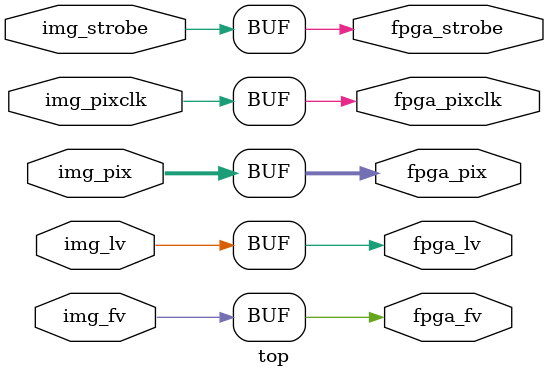
<source format=v>

`timescale 1ns / 1ps
module top(
	input         img_pixclk,
	input         img_fv,
	input         img_lv,
	input         img_strobe,
	input  [11:0] img_pix,
	
	output        fpga_pixclk,
	output        fpga_fv,
	output        fpga_lv,
	output        fpga_strobe,
	output [11:0] fpga_pix
	);


assign fpga_pixclk = img_pixclk;
assign fpga_fv     = img_fv;
assign fpga_lv     = img_lv;
assign fpga_strobe = img_strobe;
assign fpga_pix    = img_pix;

endmodule

</source>
